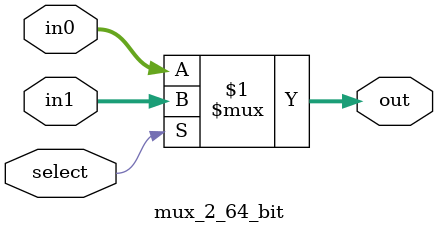
<source format=v>
module mux_2_64_bit(out, select, in0, in1);

	input select;
	input [63:0] in0, in1;
	output [63:0] out;
	assign out = select ? in1 : in0;

endmodule

</source>
